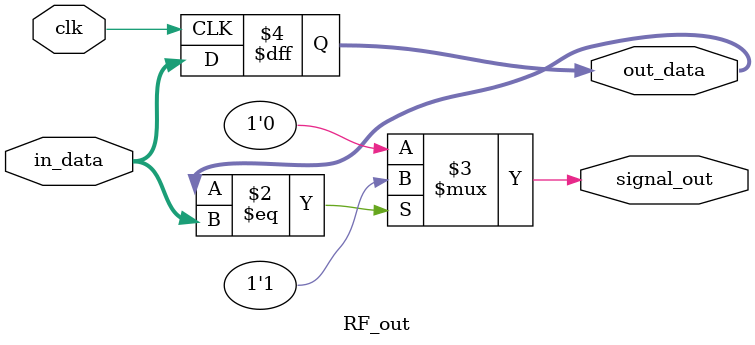
<source format=v>
module RF_out(clk,in_data,out_data,signal_out);

input clk;
input [7:0]in_data;
output reg [7:0]out_data;
output signal_out;

always @(posedge clk) begin
	out_data = in_data;
end
assign signal_out = (out_data == in_data) ? 1'b1 : 1'b0;
endmodule
</source>
